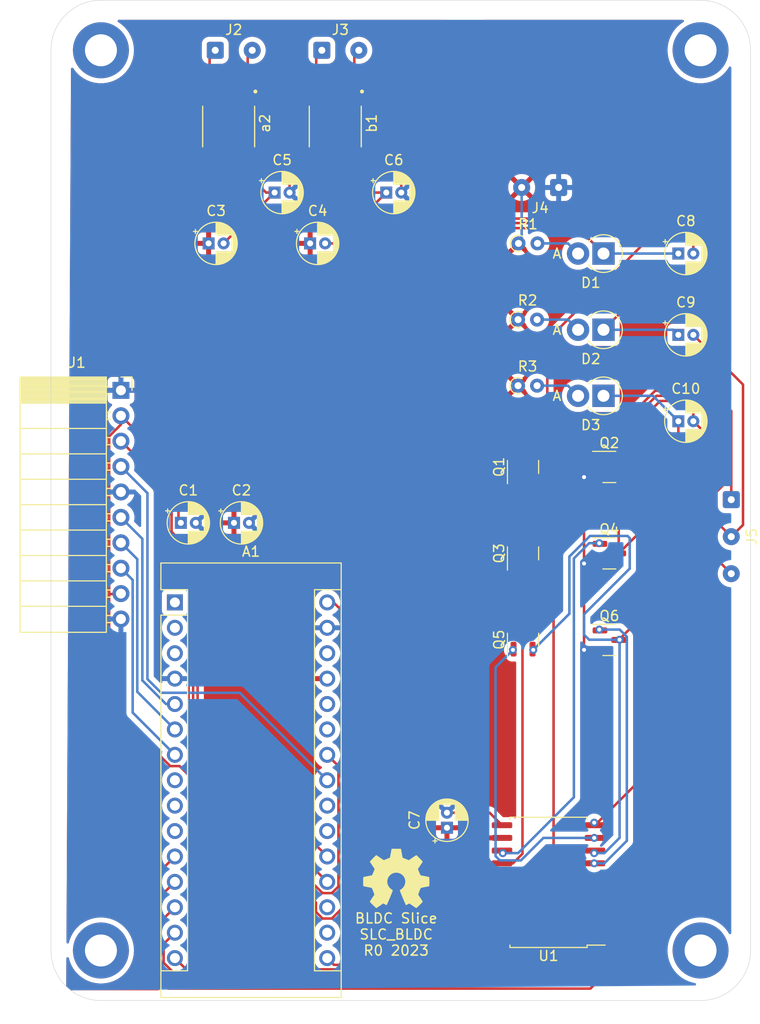
<source format=kicad_pcb>
(kicad_pcb (version 20221018) (generator pcbnew)
  (layers (0 "F.Cu" signal) (31 "B.Cu" signal) (34 "B.Paste" user) (35 "F.Paste" user) (36 "B.SilkS" user "B.Silkscreen") (37 "F.SilkS" user "F.Silkscreen") (38 "B.Mask" user) (39 "F.Mask" user) (44 "Edge.Cuts" user))
  (net 0 "")
  (net 4 "GND")
  (net 8 "+5V")
  (net 9 "D8")
  (net 10 "D9")
  (net 11 "D10")
  (net 12 "D11")
  (net 13 "D12")
  (net 14 "/I2C_CLK")
  (net 15 "D13")
  (net 16 "/I2C_DAT")
  (net 18 "/SYNC")
  (net 20 "/E_STOP")
  (net 21 "A0")
  (net 22 "A1")
  (net 28 "+12V")
  (net 29 "/INT")
  (net 30 "Net-(J2-Pin_2)")
  (net 31 "Net-(J2-Pin_1)")
  (net 32 "Net-(a2-FILTER)")
  (net 33 "Net-(J3-Pin_2)")
  (net 34 "Net-(J3-Pin_1)")
  (net 35 "Net-(b1-FILTER)")
  (net 36 "+15V")
  (net 37 "Net-(D1-K)")
  (net 38 "Net-(J5-Pin_1)")
  (net 39 "Net-(D2-K)")
  (net 40 "Net-(J5-Pin_2)")
  (net 41 "Net-(D3-K)")
  (net 42 "Net-(J5-Pin_3)")
  (net 43 "Net-(D1-A)")
  (net 44 "Net-(D2-A)")
  (net 45 "Net-(D3-A)")
  (net 46 "Net-(Q1-G)")
  (net 47 "Net-(Q2-G)")
  (net 48 "Net-(Q3-G)")
  (net 49 "Net-(Q4-G)")
  (net 50 "Net-(Q5-G)")
  (net 51 "Net-(Q6-G)")
  (footprint "MountingHole:MountingHole_3.2mm_M3_DIN965_Pad" (layer "F.Cu") (at 127.6 44.8)
    (fp_text reference "H1" hide)
    (fp_text value "MountingHole")
  )
  (footprint "MountingHole:MountingHole_3.2mm_M3_DIN965_Pad" (layer "F.Cu") (at 187.6 44.8)
    (fp_text reference "H2" hide)
    (fp_text value "MountingHole")
  )
  (footprint "MountingHole:MountingHole_3.2mm_M3_DIN965_Pad" (layer "F.Cu") (at 127.6 134.8)
    (fp_text reference "H3" hide)
    (fp_text value "MountingHole")
  )
  (footprint "MountingHole:MountingHole_3.2mm_M3_DIN965_Pad" (layer "F.Cu") (at 187.6 134.8)
    (fp_text reference "H4" hide)
    (fp_text value "MountingHole")
  )
  (footprint "Module:Arduino_Nano" (layer "F.Cu") (at 135 100)
    (fp_text reference "A1")
    (fp_text value "Arduino_Nano_v3.x")
  )
  (footprint "Capacitor_THT:CP_Radial_D4.0mm_P1.50mm" (layer "F.Cu") (at 140.912 92.048)
    (fp_text reference "C2")
    (fp_text value "10uF_t")
  )
  (footprint "Connector_PinSocket_2.54mm:PinSocket_1x10_P2.54mm_Horizontal" (layer "F.Cu") (at 129.6 78.8)
    (fp_text reference "J1")
    (fp_text value "Conn_01x10_Female")
  )
  (footprint "Capacitor_THT:CP_Radial_D4.0mm_P1.50mm" (layer "F.Cu") (at 135.593401 92.048)
    (fp_text reference "C1")
    (fp_text value "10uF_t")
  )
  (footprint "Symbol:OSHW-Symbol_6.7x6mm_SilkScreen" (layer "F.Cu") (at 157.144 127.608)
    (fp_text reference "Logo1" hide)
    (fp_text value "Logo_Open_Hardware_Small" hide)
  )
  (footprint "Package_TO_SOT_SMD:SOT-23" (layer "F.Cu") (at 178.4725 103.752)
    (fp_text reference "Q6")
    (fp_text value "DMN2041L")
  )
  (footprint "Capacitor_THT:CP_Radial_D4.0mm_P1.50mm" (layer "F.Cu") (at 144.976 59.028)
    (fp_text reference "C5")
    (fp_text value "C")
  )
  (footprint "ACHS-7125:OPTO_HCPL-070A-000E" (layer "F.Cu") (at 140.38 52.424 -90)
    (fp_text reference "a2")
    (fp_text value "ACHS-7124")
  )
  (footprint "Connector_Wire:SolderWire-0.127sqmm_1x03_P3.7mm_D0.48mm_OD1mm" (layer "F.Cu") (at 190.672 89.728 -90)
    (fp_text reference "J5")
    (fp_text value "Screw_Terminal_01x03" hide)
  )
  (footprint "Diode_THT:D_DO-15_P2.54mm_Vertical_AnodeUp" (layer "F.Cu") (at 177.886 79.348 180)
    (fp_text reference "D3")
    (fp_text value "D" hide)
  )
  (footprint "Package_TO_SOT_SMD:SOT-23" (layer "F.Cu") (at 178.4725 95.096)
    (fp_text reference "Q4")
    (fp_text value "DMN2041L")
  )
  (footprint "Diode_THT:D_DO-15_P2.54mm_Vertical_AnodeUp" (layer "F.Cu") (at 177.886 72.744 180)
    (fp_text reference "D2")
    (fp_text value "D" hide)
  )
  (footprint "Package_SO:SOIC-20W_7.5x12.8mm_P1.27mm" (layer "F.Cu") (at 172.384 127.989 180)
    (fp_text reference "U1")
    (fp_text value "FAN7888")
  )
  (footprint "Package_TO_SOT_SMD:SOT-23" (layer "F.Cu") (at 169.8365 103.732 90)
    (fp_text reference "Q5")
    (fp_text value "DMN2041L")
  )
  (footprint "Package_TO_SOT_SMD:SOT-23" (layer "F.Cu") (at 169.8365 86.46 90)
    (fp_text reference "Q1")
    (fp_text value "DMN2041L")
  )
  (footprint "Capacitor_THT:CP_Radial_D4.0mm_P1.50mm" (layer "F.Cu") (at 148.532 64.108)
    (fp_text reference "C4")
    (fp_text value "C")
  )
  (footprint "Package_TO_SOT_SMD:SOT-23" (layer "F.Cu") (at 169.8365 95.096 90)
    (fp_text reference "Q3")
    (fp_text value "DMN2041L")
  )
  (footprint "Capacitor_THT:CP_Radial_D4.0mm_P1.50mm" (layer "F.Cu") (at 156.152 59.028)
    (fp_text reference "C6")
    (fp_text value "C")
  )
  (footprint "Diode_THT:D_DO-15_P2.54mm_Vertical_AnodeUp" (layer "F.Cu") (at 177.886 65.124 180)
    (fp_text reference "D1")
    (fp_text value "D" hide)
  )
  (footprint "Capacitor_THT:CP_Radial_D4.0mm_P1.50mm" (layer "F.Cu") (at 185.377401 81.888)
    (fp_text reference "C10")
    (fp_text value "C")
  )
  (footprint "Capacitor_THT:CP_Radial_D4.0mm_P1.50mm" (layer "F.Cu") (at 162.224 122.528 90)
    (fp_text reference "C7")
    (fp_text value "C")
  )
  (footprint "Resistor_THT:R_Axial_DIN0204_L3.6mm_D1.6mm_P1.90mm_Vertical" (layer "F.Cu") (at 169.382 64.108)
    (fp_text reference "R1")
    (fp_text value "R")
  )
  (footprint "Connector_Wire:SolderWire-0.127sqmm_1x02_P3.7mm_D0.48mm_OD1mm" (layer "F.Cu") (at 149.706 44.804)
    (fp_text reference "J3")
    (fp_text value "Screw_Terminal_01x02" hide)
  )
  (footprint "ACHS-7125:OPTO_HCPL-070A-000E" (layer "F.Cu") (at 151.048 52.424 -90)
    (fp_text reference "b1")
    (fp_text value "ACHS-7124")
  )
  (footprint "Connector_Wire:SolderWire-0.127sqmm_1x02_P3.7mm_D0.48mm_OD1mm" (layer "F.Cu") (at 173.4 58.52 180)
    (fp_text reference "J4")
    (fp_text value "Screw_Terminal_01x02")
  )
  (footprint "Resistor_THT:R_Axial_DIN0204_L3.6mm_D1.6mm_P1.90mm_Vertical" (layer "F.Cu") (at 169.34 78.332)
    (fp_text reference "R3")
    (fp_text value "R")
  )
  (footprint "Connector_Wire:SolderWire-0.127sqmm_1x02_P3.7mm_D0.48mm_OD1mm" (layer "F.Cu") (at 139.038 44.804)
    (fp_text reference "J2")
    (fp_text value "Screw_Terminal_01x02" hide)
  )
  (footprint "Package_TO_SOT_SMD:SOT-23" (layer "F.Cu") (at 178.4725 86.46)
    (fp_text reference "Q2")
    (fp_text value "DMN2041L")
  )
  (footprint "Capacitor_THT:CP_Radial_D4.0mm_P1.50mm" (layer "F.Cu") (at 185.377401 73.252)
    (fp_text reference "C9")
    (fp_text value "C")
  )
  (footprint "Resistor_THT:R_Axial_DIN0204_L3.6mm_D1.6mm_P1.90mm_Vertical" (layer "F.Cu") (at 169.34 71.728)
    (fp_text reference "R2")
    (fp_text value "R")
  )
  (footprint "Capacitor_THT:CP_Radial_D4.0mm_P1.50mm" (layer "F.Cu") (at 185.377401 65.124)
    (fp_text reference "C8")
    (fp_text value "C")
  )
  (footprint "Capacitor_THT:CP_Radial_D4.0mm_P1.50mm" (layer "F.Cu") (at 138.372 64.108)
    (fp_text reference "C3")
    (fp_text value "C")
  )
  (gr_line (start 192.6 44.8) (end 192.6 134.8) (stroke (width 0.05)) (layer "Edge.Cuts"))
  (gr_arc (start 187.6 39.8) (mid 191.135534 41.264466) (end 192.6 44.8) (stroke (width 0.05)) (layer "Edge.Cuts"))
  (gr_arc (start 127.6 139.8) (mid 124.064466 138.335534) (end 122.6 134.8) (stroke (width 0.05)) (layer "Edge.Cuts"))
  (gr_line (start 127.6 39.8) (end 187.6 39.8) (stroke (width 0.05)) (layer "Edge.Cuts"))
  (gr_arc (start 122.6 44.8) (mid 124.064466 41.264466) (end 127.6 39.8) (stroke (width 0.05)) (layer "Edge.Cuts"))
  (gr_arc (start 192.6 134.8) (mid 191.135534 138.335534) (end 187.6 139.8) (stroke (width 0.05)) (layer "Edge.Cuts"))
  (gr_line (start 122.6 134.8) (end 122.6 44.8) (stroke (width 0.05)) (layer "Edge.Cuts"))
  (gr_line (start 127.6 139.8) (end 187.6 139.8) (stroke (width 0.05)) (layer "Edge.Cuts"))
  (gr_text "BLDC Slice\nSLC_BLDC\nR0 2023" (at 157.144 133.196) (layer "F.SilkS") (effects (font (size 1 1))))
  (segment (start 154.691528 55.219) (end 152.953 55.219) (width 0.25) (layer "F.Cu") (net 4))
  (segment (start 166.488 121.028) (end 162.224 121.028) (width 0.25) (layer "F.Cu") (net 4))
  (segment (start 157.652 59.028) (end 157.652 58.179472) (width 0.25) (layer "F.Cu") (net 4))
  (segment (start 157.652 58.179472) (end 154.691528 55.219) (width 0.25) (layer "F.Cu") (net 4))
  (segment (start 175.94 87.476) (end 175.94 104.748) (width 0.25) (layer "F.Cu") (net 4))
  (segment (start 176.006 87.41) (end 175.94 87.476) (width 0.25) (layer "F.Cu") (net 4))
  (segment (start 177.535 87.41) (end 176.006 87.41) (width 0.25) (layer "F.Cu") (net 4))
  (segment (start 175.986 104.702) (end 175.94 104.748) (width 0.25) (layer "F.Cu") (net 4))
  (segment (start 177.535 104.702) (end 175.986 104.702) (width 0.25) (layer "F.Cu") (net 4))
  (segment (start 176.006 96.046) (end 175.94 96.112) (width 0.25) (layer "F.Cu") (net 4))
  (segment (start 177.535 96.046) (end 176.006 96.046) (width 0.25) (layer "F.Cu") (net 4))
  (segment (start 146.476 59.028) (end 146.476 58.179472) (width 0.25) (layer "F.Cu") (net 4))
  (segment (start 167.734 122.274) (end 166.488 121.028) (width 0.25) (layer "F.Cu") (net 4))
  (segment (start 143.515528 55.219) (end 142.285 55.219) (width 0.25) (layer "F.Cu") (net 4))
  (segment (start 146.476 58.179472) (end 143.515528 55.219) (width 0.25) (layer "F.Cu") (net 4))
  (via (at 175.94 87.476) (size 0.8) (drill 0.4) (layers "F.Cu" "B.Cu") (net 4))
  (via (at 175.94 104.748) (size 0.8) (drill 0.4) (layers "F.Cu" "B.Cu") (net 4))
  (via (at 175.94 96.112) (size 0.8) (drill 0.4) (layers "F.Cu" "B.Cu") (net 4))
  (segment (start 134.361208 138.61) (end 176.575335 138.61) (width 0.25) (layer "F.Cu") (net 9))
  (segment (start 177.923 127.481) (end 177.112 127.481) (width 0.25) (layer "F.Cu") (net 9))
  (segment (start 132.368 136.616792) (end 134.361208 138.61) (width 0.25) (layer "F.Cu") (net 9))
  (segment (start 180.262 129.82) (end 177.923 127.481) (width 0.25) (layer "F.Cu") (net 9))
  (segment (start 176.575335 138.61) (end 180.262 134.923335) (width 0.25) (layer "F.Cu") (net 9))
  (segment (start 135 125.4) (end 132.368 128.032) (width 0.25) (layer "F.Cu") (net 9))
  (segment (start 180.262 134.923335) (end 180.262 129.82) (width 0.25) (layer "F.Cu") (net 9))
  (segment (start 132.368 128.032) (end 132.368 136.616792) (width 0.25) (layer "F.Cu") (net 9))
  (segment (start 132.818 136.430396) (end 132.818 130.122) (width 0.25) (layer "F.Cu") (net 10))
  (segment (start 176.388939 138.16) (end 134.547604 138.16) (width 0.25) (layer "F.Cu") (net 10))
  (segment (start 179.812 134.736939) (end 176.388939 138.16) (width 0.25) (layer "F.Cu") (net 10))
  (segment (start 179.812 130.894) (end 179.812 134.736939) (width 0.25) (layer "F.Cu") (net 10))
  (segment (start 134.547604 138.16) (end 132.818 136.430396) (width 0.25) (layer "F.Cu") (net 10))
  (segment (start 177.669 128.751) (end 179.812 130.894) (width 0.25) (layer "F.Cu") (net 10))
  (segment (start 132.818 130.122) (end 135 127.94) (width 0.25) (layer "F.Cu") (net 10))
  (segment (start 177.112 128.751) (end 177.669 128.751) (width 0.25) (layer "F.Cu") (net 10))
  (segment (start 133.268 132.212) (end 133.268 136.244) (width 0.25) (layer "F.Cu") (net 11))
  (segment (start 179.362 134.550543) (end 179.362 131.538) (width 0.25) (layer "F.Cu") (net 11))
  (segment (start 177.845 130.021) (end 177.112 130.021) (width 0.25) (layer "F.Cu") (net 11))
  (segment (start 133.268 136.244) (end 134.734 137.71) (width 0.25) (layer "F.Cu") (net 11))
  (segment (start 179.362 131.538) (end 177.845 130.021) (width 0.25) (layer "F.Cu") (net 11))
  (segment (start 176.202543 137.71) (end 179.362 134.550543) (width 0.25) (layer "F.Cu") (net 11))
  (segment (start 135 130.48) (end 133.268 132.212) (width 0.25) (layer "F.Cu") (net 11))
  (segment (start 134.734 137.71) (end 176.202543 137.71) (width 0.25) (layer "F.Cu") (net 11))
  (segment (start 133.875 136.025991) (end 133.875 134.145) (width 0.25) (layer "F.Cu") (net 12))
  (segment (start 133.875 134.145) (end 135 133.02) (width 0.25) (layer "F.Cu") (net 12))
  (segment (start 178.912 132.026) (end 178.912 134.364147) (width 0.25) (layer "F.Cu") (net 12))
  (segment (start 177.112 131.291) (end 178.177 131.291) (width 0.25) (layer "F.Cu") (net 12))
  (segment (start 178.177 131.291) (end 178.912 132.026) (width 0.25) (layer "F.Cu") (net 12))
  (segment (start 178.912 134.364147) (end 176.016147 137.26) (width 0.25) (layer "F.Cu") (net 12))
  (segment (start 176.016147 137.26) (end 135.109009 137.26) (width 0.25) (layer "F.Cu") (net 12))
  (segment (start 135.109009 137.26) (end 133.875 136.025991) (width 0.25) (layer "F.Cu") (net 12))
  (segment (start 177.239 132.688) (end 177.112 132.561) (width 0.25) (layer "F.Cu") (net 13))
  (segment (start 178.462 134.177751) (end 178.462 133.1) (width 0.25) (layer "F.Cu") (net 13))
  (segment (start 178.462 133.1) (end 178.05 132.688) (width 0.25) (layer "F.Cu") (net 13))
  (segment (start 178.05 132.688) (end 177.239 132.688) (width 0.25) (layer "F.Cu") (net 13))
  (segment (start 175.954751 136.685) (end 178.462 134.177751) (width 0.25) (layer "F.Cu") (net 13))
  (segment (start 136.125 136.685) (end 175.954751 136.685) (width 0.25) (layer "F.Cu") (net 13))
  (segment (start 135 135.56) (end 136.125 136.685) (width 0.25) (layer "F.Cu") (net 13))
  (segment (start 151.365 128.405991) (end 151.365 116.365) (width 0.25) (layer "F.Cu") (net 14))
  (segment (start 136.374 115.664991) (end 149.774009 129.065) (width 0.25) (layer "F.Cu") (net 14))
  (segment (start 136.374 94.646) (end 136.374 115.664991) (width 0.25) (layer "F.Cu") (net 14))
  (segment (start 134.668401 88.948401) (end 134.668401 92.940401) (width 0.25) (layer "F.Cu") (net 14))
  (segment (start 151.365 116.365) (end 150.24 115.24) (width 0.25) (layer "F.Cu") (net 14))
  (segment (start 150.705991 129.065) (end 151.365 128.405991) (width 0.25) (layer "F.Cu") (net 14))
  (segment (start 149.774009 129.065) (end 150.705991 129.065) (width 0.25) (layer "F.Cu") (net 14))
  (segment (start 129.6 83.88) (end 134.668401 88.948401) (width 0.25) (layer "F.Cu") (net 14))
  (segment (start 134.668401 92.940401) (end 136.374 94.646) (width 0.25) (layer "F.Cu") (net 14))
  (segment (start 150.915 136.235) (end 150.24 135.56) (width 0.25) (layer "F.Cu") (net 15))
  (segment (start 174.708 136.235) (end 150.915 136.235) (width 0.25) (layer "F.Cu") (net 15))
  (segment (start 177.112 133.831) (end 174.708 136.235) (width 0.25) (layer "F.Cu") (net 15))
  (segment (start 141.495 109.035) (end 133.619396 109.035) (width 0.25) (layer "B.Cu") (net 16))
  (segment (start 133.619396 109.035) (end 132.252 107.667604) (width 0.25) (layer "B.Cu") (net 16))
  (segment (start 132.252 89.072) (end 129.6 86.42) (width 0.25) (layer "B.Cu") (net 16))
  (segment (start 132.252 107.667604) (end 132.252 89.072) (width 0.25) (layer "B.Cu") (net 16))
  (segment (start 150.24 117.78) (end 141.495 109.035) (width 0.25) (layer "B.Cu") (net 16))
  (segment (start 135 112.7) (end 131.236 108.936) (width 0.25) (layer "B.Cu") (net 18))
  (segment (start 131.236 108.936) (end 131.236 95.676) (width 0.25) (layer "B.Cu") (net 18))
  (segment (start 131.236 95.676) (end 129.6 94.04) (width 0.25) (layer "B.Cu") (net 18))
  (segment (start 131.744 93.644) (end 129.6 91.5) (width 0.25) (layer "B.Cu") (net 20))
  (segment (start 134.108 110.16) (end 131.744 107.796) (width 0.25) (layer "B.Cu") (net 20))
  (segment (start 131.744 107.796) (end 131.744 93.644) (width 0.25) (layer "B.Cu") (net 20))
  (segment (start 135 110.16) (end 134.108 110.16) (width 0.25) (layer "B.Cu") (net 20))
  (segment (start 135.808 89.128396) (end 138.348 91.668396) (width 0.25) (layer "F.Cu") (net 21))
  (segment (start 138.348 94.08) (end 136.824 95.604) (width 0.25) (layer "F.Cu") (net 21))
  (segment (start 136.77 53.494) (end 135.808 54.456) (width 0.25) (layer "F.Cu") (net 21))
  (segment (start 149.788 56.494) (end 148.006 56.494) (width 0.25) (layer "F.Cu") (net 21))
  (segment (start 150.413 55.869) (end 149.788 56.494) (width 0.25) (layer "F.Cu") (net 21))
  (segment (start 136.824 114.524) (end 150.24 127.94) (width 0.25) (layer "F.Cu") (net 21))
  (segment (start 145.006 53.494) (end 136.77 53.494) (width 0.25) (layer "F.Cu") (net 21))
  (segment (start 136.824 95.604) (end 136.824 114.524) (width 0.25) (layer "F.Cu") (net 21))
  (segment (start 150.413 55.219) (end 150.413 55.869) (width 0.25) (layer "F.Cu") (net 21))
  (segment (start 138.348 91.668396) (end 138.348 94.08) (width 0.25) (layer "F.Cu") (net 21))
  (segment (start 135.808 54.456) (end 135.808 89.128396) (width 0.25) (layer "F.Cu") (net 21))
  (segment (start 148.006 56.494) (end 145.006 53.494) (width 0.25) (layer "F.Cu") (net 21))
  (segment (start 137.274 95.790396) (end 137.274 114.337604) (width 0.25) (layer "F.Cu") (net 22))
  (segment (start 147.211396 124.275) (end 149.115 124.275) (width 0.25) (layer "F.Cu") (net 22))
  (segment (start 136.316 59.298) (end 136.316 89) (width 0.25) (layer "F.Cu") (net 22))
  (segment (start 138.798 91.482) (end 138.798 94.266396) (width 0.25) (layer "F.Cu") (net 22))
  (segment (start 149.115 124.275) (end 150.24 125.4) (width 0.25) (layer "F.Cu") (net 22))
  (segment (start 136.316 89) (end 138.798 91.482) (width 0.25) (layer "F.Cu") (net 22))
  (segment (start 138.798 94.266396) (end 137.274 95.790396) (width 0.25) (layer "F.Cu") (net 22))
  (segment (start 139.745 55.219) (end 139.745 55.869) (width 0.25) (layer "F.Cu") (net 22))
  (segment (start 137.274 114.337604) (end 147.211396 124.275) (width 0.25) (layer "F.Cu") (net 22))
  (segment (start 139.745 55.869) (end 136.316 59.298) (width 0.25) (layer "F.Cu") (net 22))
  (segment (start 134.534009 116.365) (end 135.465991 116.365) (width 0.25) (layer "F.Cu") (net 28))
  (segment (start 128.425 110.255991) (end 134.534009 116.365) (width 0.25) (layer "F.Cu") (net 28))
  (segment (start 128.425 99.16) (end 128.425 110.255991) (width 0.25) (layer "F.Cu") (net 28))
  (segment (start 152.064 130.246991) (end 152.064 101.192) (width 0.25) (layer "F.Cu") (net 28))
  (segment (start 149.115 130.014009) (end 149.115 130.945991) (width 0.25) (layer "F.Cu") (net 28))
  (segment (start 135.465991 116.365) (end 149.115 130.014009) (width 0.25) (layer "F.Cu") (net 28))
  (segment (start 135.358 87.098) (end 129.6 81.34) (width 0.25) (layer "F.Cu") (net 28))
  (segment (start 135.358 91.812599) (end 135.358 87.098) (width 0.25) (layer "F.Cu") (net 28))
  (segment (start 149.774009 131.605) (end 150.705991 131.605) (width 0.25) (layer "F.Cu") (net 28))
  (segment (start 129.56 99.16) (end 129.6 99.12) (width 0.25) (layer "F.Cu") (net 28))
  (segment (start 152.064 101.192) (end 150.872 100) (width 0.25) (layer "F.Cu") (net 28))
  (segment (start 135.593401 92.048) (end 135.358 91.812599) (width 0.25) (layer "F.Cu") (net 28))
  (segment (start 150.705991 131.605) (end 152.064 130.246991) (width 0.25) (layer "F.Cu") (net 28))
  (segment (start 129.6 81.34) (end 129.6 82.218299) (width 0.25) (layer "F.Cu") (net 28))
  (segment (start 129.6 82.218299) (end 128.425 83.393299) (width 0.25) (layer "F.Cu") (net 28))
  (segment (start 128.425 83.393299) (end 128.425 99.16) (width 0.25) (layer "F.Cu") (net 28))
  (segment (start 128.425 99.16) (end 129.56 99.16) (width 0.25) (layer "F.Cu") (net 28))
  (segment (start 150.872 100) (end 150.24 100) (width 0.25) (layer "F.Cu") (net 28))
  (segment (start 149.115 130.945991) (end 149.774009 131.605) (width 0.25) (layer "F.Cu") (net 28))
  (segment (start 135 115.24) (end 130.775 111.015) (width 0.25) (layer "B.Cu") (net 29))
  (segment (start 130.775 111.015) (end 130.775 97.755) (width 0.25) (layer "B.Cu") (net 29))
  (segment (start 130.775 97.755) (end 129.6 96.58) (width 0.25) (layer "B.Cu") (net 29))
  (segment (start 142.285 49.629) (end 142.285 45.257) (width 0.25) (layer "F.Cu") (net 30))
  (segment (start 142.285 45.257) (end 142.738 44.804) (width 0.25) (layer "F.Cu") (net 30))
  (segment (start 141.015 49.629) (end 142.285 49.629) (width 0.25) (layer "F.Cu") (net 30))
  (segment (start 139.745 49.629) (end 138.475 49.629) (width 0.25) (layer "F.Cu") (net 31))
  (segment (start 138.475 45.367) (end 138.475 49.629) (width 0.25) (layer "F.Cu") (net 31))
  (segment (start 139.038 44.804) (end 138.475 45.367) (width 0.25) (layer "F.Cu") (net 31))
  (segment (start 139.872 64.108) (end 144.952 59.028) (width 0.25) (layer "F.Cu") (net 32))
  (segment (start 140.37 53.944) (end 139.12 53.944) (width 0.25) (layer "F.Cu") (net 32))
  (segment (start 144.952 59.028) (end 144.976 59.028) (width 0.25) (layer "F.Cu") (net 32))
  (segment (start 141.015 55.917) (end 141.015 55.219) (width 0.25) (layer "F.Cu") (net 32))
  (segment (start 144.976 59.028) (end 144.126 59.028) (width 0.25) (layer "F.Cu") (net 32))
  (segment (start 139.12 53.944) (end 138.475 54.589) (width 0.25) (layer "F.Cu") (net 32))
  (segment (start 141.015 54.589) (end 140.37 53.944) (width 0.25) (layer "F.Cu") (net 32))
  (segment (start 141.015 55.219) (end 141.015 54.589) (width 0.25) (layer "F.Cu") (net 32))
  (segment (start 138.475 54.589) (end 138.475 55.219) (width 0.25) (layer "F.Cu") (net 32))
  (segment (start 144.126 59.028) (end 141.015 55.917) (width 0.25) (layer "F.Cu") (net 32))
  (segment (start 152.953 49.629) (end 152.953 45.257) (width 0.25) (layer "F.Cu") (net 33))
  (segment (start 151.683 49.629) (end 152.953 49.629) (width 0.25) (layer "F.Cu") (net 33))
  (segment (start 152.953 45.257) (end 153.406 44.804) (width 0.25) (layer "F.Cu") (net 33))
  (segment (start 149.143 45.367) (end 149.143 49.629) (width 0.25) (layer "F.Cu") (net 34))
  (segment (start 149.706 44.804) (end 149.143 45.367) (width 0.25) (layer "F.Cu") (net 34))
  (segment (start 149.143 49.629) (end 150.413 49.629) (width 0.25) (layer "F.Cu") (net 34))
  (segment (start 156.152 59.028) (end 154.292 59.028) (width 0.25) (layer "F.Cu") (net 35))
  (segment (start 151.072 64.108) (end 156.152 59.028) (width 0.25) (layer "F.Cu") (net 35))
  (segment (start 149.788 53.944) (end 149.143 54.589) (width 0.25) (layer "F.Cu") (net 35))
  (segment (start 151.683 56.419) (end 151.683 55.219) (width 0.25) (layer "F.Cu") (net 35))
  (segment (start 154.292 59.028) (end 151.683 56.419) (width 0.25) (layer "F.Cu") (net 35))
  (segment (start 151.038 53.944) (end 149.788 53.944) (width 0.25) (layer "F.Cu") (net 35))
  (segment (start 150.032 64.108) (end 151.072 64.108) (width 0.25) (layer "F.Cu") (net 35))
  (segment (start 151.683 55.219) (end 151.683 54.589) (width 0.25) (layer "F.Cu") (net 35))
  (segment (start 149.143 54.589) (end 149.143 55.219) (width 0.25) (layer "F.Cu") (net 35))
  (segment (start 151.683 54.589) (end 151.038 53.944) (width 0.25) (layer "F.Cu") (net 35))
  (segment (start 169.7 58.52) (end 169.7 63.79) (width 0.25) (layer "B.Cu") (net 36))
  (segment (start 169.7 63.79) (end 169.382 64.108) (width 0.25) (layer "B.Cu") (net 36))
  (segment (start 169.382 71.686) (end 169.34 71.728) (width 0.25) (layer "B.Cu") (net 36))
  (segment (start 175.346 62.584) (end 167.304 62.584) (width 0.25) (layer "F.Cu") (net 37))
  (segment (start 159.176 70.712) (end 159.176 127.228396) (width 0.25) (layer "F.Cu") (net 37))
  (segment (start 159.176 127.228396) (end 165.651604 133.704) (width 0.25) (layer "F.Cu") (net 37))
  (segment (start 165.651604 133.704) (end 167.734 133.704) (width 0.25) (layer "F.Cu") (net 37))
  (segment (start 167.304 62.584) (end 159.176 70.712) (width 0.25) (layer "F.Cu") (net 37))
  (segment (start 177.886 65.124) (end 175.346 62.584) (width 0.25) (layer "F.Cu") (net 37))
  (segment (start 177.886 65.124) (end 185.377401 65.124) (width 0.25) (layer "B.Cu") (net 37))
  (segment (start 186.877401 64.275472) (end 184.677929 62.076) (width 0.25) (layer "F.Cu") (net 38))
  (segment (start 169.084 131.928) (end 168.32 131.164) (width 0.25) (layer "F.Cu") (net 38))
  (segment (start 184.677929 62.076) (end 184.068 62.076) (width 0.25) (layer "F.Cu") (net 38))
  (segment (start 179.496 86.374) (end 179.41 86.46) (width 0.25) (layer "F.Cu") (net 38))
  (segment (start 167.175604 62.076) (end 158.668 70.583604) (width 0.25) (layer "F.Cu") (net 38))
  (segment (start 172.384 73.76) (end 172.384 73.662461) (width 0.25) (layer "F.Cu") (net 38))
  (segment (start 168.414751 134.72) (end 169.084 134.050751) (width 0.25) (layer "F.Cu") (net 38))
  (segment (start 169.084 134.050751) (end 169.084 131.928) (width 0.25) (layer "F.Cu") (net 38))
  (segment (start 183.970461 62.076) (end 184.068 62.076) (width 0.25) (layer "F.Cu") (net 38))
  (segment (start 172.265 73.879) (end 172.384 73.76) (width 0.25) (layer "F.Cu") (net 38))
  (segment (start 172.265 85.919) (end 172.265 82.904) (width 0.25) (layer "F.Cu") (net 38))
  (segment (start 181.528 84.342) (end 181.528 80.364) (width 0.25) (layer "F.Cu") (net 38))
  (segment (start 166.031208 134.72) (end 168.414751 134.72) (width 0.25) (layer "F.Cu") (net 38))
  (segment (start 168.32 131.164) (end 167.734 131.164) (width 0.25) (layer "F.Cu") (net 38))
  (segment (start 170.7865 87.3975) (end 172.265 85.919) (width 0.25) (layer "F.Cu") (net 38))
  (segment (start 179.41 86.46) (end 181.528 84.342) (width 0.25) (layer "F.Cu") (net 38))
  (segment (start 172.265 82.904) (end 177.464 82.904) (width 0.25) (layer "F.Cu") (net 38))
  (segment (start 184.068 62.076) (end 167.175604 62.076) (width 0.25) (layer "F.Cu") (net 38))
  (segment (start 172.265 82.904) (end 172.265 73.879) (width 0.25) (layer "F.Cu") (net 38))
  (segment (start 158.668 70.583604) (end 158.668 127.356792) (width 0.25) (layer "F.Cu") (net 38))
  (segment (start 181.528 80.364) (end 183.052 78.84) (width 0.25) (layer "F.Cu") (net 38))
  (segment (start 190.672 80.872) (end 190.672 89.728) (width 0.25) (layer "F.Cu") (net 38))
  (segment (start 177.464 82.904) (end 179.496 84.936) (width 0.25) (layer "F.Cu") (net 38))
  (segment (start 188.64 78.84) (end 190.672 80.872) (width 0.25) (layer "F.Cu") (net 38))
  (segment (start 186.877401 65.124) (end 186.877401 64.275472) (width 0.25) (layer "F.Cu") (net 38))
  (segment (start 179.496 84.936) (end 179.496 86.374) (width 0.25) (layer "F.Cu") (net 38))
  (segment (start 158.668 127.356792) (end 166.031208 134.72) (width 0.25) (layer "F.Cu") (net 38))
  (segment (start 183.052 78.84) (end 188.64 78.84) (width 0.25) (layer "F.Cu") (net 38))
  (segment (start 172.384 73.662461) (end 183.970461 62.076) (width 0.25) (layer "F.Cu") (net 38))
  (segment (start 186.158 61.626) (end 166.989208 61.626) (width 0.25) (layer "F.Cu") (net 39))
  (segment (start 168.160751 128.624) (end 167.734 128.624) (width 0.25) (layer "F.Cu") (net 39))
  (segment (start 188.64 64.108) (end 186.158 61.626) (width 0.25) (layer "F.Cu") (net 39))
  (segment (start 169.534 131.267249) (end 168.805751 130.539) (width 0.25) (layer "F.Cu") (net 39))
  (segment (start 185.592 69.696) (end 188.64 66.648) (width 0.25) (layer "F.Cu") (net 39))
  (segment (start 177.886 72.744) (end 180.934 69.696) (width 0.25) (layer "F.Cu") (net 39))
  (segment (start 167.307249 128.624) (end 167.734 128.624) (width 0.25) (layer "F.Cu") (net 39))
  (segment (start 180.934 69.696) (end 185.592 69.696) (width 0.25) (layer "F.Cu") (net 39))
  (segment (start 168.601147 135.17) (end 169.534 134.237147) (width 0.25) (layer "F.Cu") (net 39))
  (segment (start 166.288 130.144751) (end 166.288 129.643249) (width 0.25) (layer "F.Cu") (net 39))
  (segment (start 166.989208 61.626) (end 158.218 70.397208) (width 0.25) (layer "F.Cu") (net 39))
  (segment (start 158.218 127.666) (end 165.722 135.17) (width 0.25) (layer "F.Cu") (net 39))
  (segment (start 188.64 66.648) (end 188.64 64.108) (width 0.25) (layer "F.Cu") (net 39))
  (segment (start 168.805751 130.539) (end 166.682249 130.539) (width 0.25) (layer "F.Cu") (net 39))
  (segment (start 166.288 129.643249) (end 167.307249 128.624) (width 0.25) (layer "F.Cu") (net 39))
  (segment (start 166.682249 130.539) (end 166.288 130.144751) (width 0.25) (layer "F.Cu") (net 39))
  (segment (start 165.722 135.17) (end 168.601147 135.17) (width 0.25) (layer "F.Cu") (net 39))
  (segment (start 169.534 134.237147) (end 169.534 131.267249) (width 0.25) (layer "F.Cu") (net 39))
  (segment (start 158.218 70.397208) (end 158.218 127.666) (width 0.25) (layer "F.Cu") (net 39))
  (segment (start 177.886 72.744) (end 184.869401 72.744) (width 0.25) (layer "B.Cu") (net 39))
  (segment (start 184.869401 72.744) (end 185.377401 73.252) (width 0.25) (layer "B.Cu") (net 39))
  (segment (start 178.319251 86.785) (end 179.41 87.875749) (width 0.25) (layer "F.Cu") (net 40))
  (segment (start 178.5975 85.163249) (end 178.5975 85.856751) (width 0.25) (layer "F.Cu") (net 40))
  (segment (start 170.7865 89.453104) (end 175.354604 84.885) (width 0.25) (layer "F.Cu") (net 40))
  (segment (start 189.148 89) (end 189.148 91.904) (width 0.25) (layer "F.Cu") (net 40))
  (segment (start 190.099802 80.936198) (end 190.099802 88.048198) (width 0.25) (layer "F.Cu") (net 40))
  (segment (start 178.319251 86.135) (end 178.319251 86.785) (width 0.25) (layer "F.Cu") (net 40))
  (segment (start 169.779802 125.132198) (end 168.828 126.084) (width 0.25) (layer "F.Cu") (net 40))
  (segment (start 191.847 92.253) (end 190.672 93.428) (width 0.25) (layer "F.Cu") (net 40))
  (segment (start 191.847 78.221599) (end 191.847 92.253) (width 0.25) (layer "F.Cu") (net 40))
  (segment (start 186.877401 73.252) (end 191.847 78.221599) (width 0.25) (layer "F.Cu") (net 40))
  (segment (start 175.354604 84.885) (end 178.319251 84.885) (width 0.25) (layer "F.Cu") (net 40))
  (segment (start 168.828 126.084) (end 167.734 126.084) (width 0.25) (layer "F.Cu") (net 40))
  (segment (start 182.036 92.47) (end 182.036 80.492396) (width 0.25) (layer "F.Cu") (net 40))
  (segment (start 183.180396 79.348) (end 188.511604 79.348) (width 0.25) (layer "F.Cu") (net 40))
  (segment (start 170.7865 103.253751) (end 169.779802 104.260449) (width 0.25) (layer "F.Cu") (net 40))
  (segment (start 179.41 87.875749) (end 179.41 95.096) (width 0.25) (layer "F.Cu") (net 40))
  (segment (start 178.319251 84.885) (end 178.5975 85.163249) (width 0.25) (layer "F.Cu") (net 40))
  (segment (start 182.036 80.492396) (end 183.180396 79.348) (width 0.25) (layer "F.Cu") (net 40))
  (segment (start 170.7865 96.0335) (end 170.7865 89.453104) (width 0.25) (layer "F.Cu") (net 40))
  (segment (start 190.099802 88.048198) (end 189.148 89) (width 0.25) (layer "F.Cu") (net 40))
  (segment (start 169.779802 104.260449) (end 169.779802 125.132198) (width 0.25) (layer "F.Cu") (net 40))
  (segment (start 170.7865 96.0335) (end 170.7865 103.253751) (width 0.25) (layer "F.Cu") (net 40))
  (segment (start 179.41 95.096) (end 182.036 92.47) (width 0.25) (layer "F.Cu") (net 40))
  (segment (start 188.511604 79.348) (end 190.099802 80.936198) (width 0.25) (layer "F.Cu") (net 40))
  (segment (start 189.148 91.904) (end 190.672 93.428) (width 0.25) (layer "F.Cu") (net 40))
  (segment (start 178.5975 85.856751) (end 178.319251 86.135) (width 0.25) (layer "F.Cu") (net 40))
  (segment (start 185.377401 113.930599) (end 177.288 122.02) (width 0.25) (layer "F.Cu") (net 41))
  (segment (start 177.288 122.02) (end 176.956 122.02) (width 0.25) (layer "F.Cu") (net 41))
  (segment (start 176.956 122.352) (end 177.034 122.274) (width 0.25) (layer "F.Cu") (net 41))
  (segment (start 176.956 122.02) (end 176.956 122.352) (width 0.25) (layer "F.Cu") (net 41))
  (segment (start 185.377401 81.888) (end 185.377401 113.930599) (width 0.25) (layer "F.Cu") (net 41))
  (via (at 176.956 122.02) (size 0.8) (drill 0.4) (layers "F.Cu" "B.Cu") (net 41))
  (segment (start 182.837401 79.348) (end 185.377401 81.888) (width 0.25) (layer "B.Cu") (net 41))
  (segment (start 177.886 79.348) (end 182.837401 79.348) (width 0.25) (layer "B.Cu") (net 41))
  (segment (start 188.698 88.813604) (end 189.649802 87.861802) (width 0.25) (layer "F.Cu") (net 42))
  (segment (start 179.496 103.666) (end 182.544 100.618) (width 0.25) (layer "F.Cu") (net 42))
  (segment (start 188.698 95.154) (end 188.698 88.813604) (width 0.25) (layer "F.Cu") (net 42))
  (segment (start 179.496 103.732) (end 179.496 103.666) (width 0.25) (layer "F.Cu") (net 42))
  (segment (start 183.56 79.856) (end 185.693929 79.856) (width 0.25) (layer "F.Cu") (net 42))
  (segment (start 179.41 103.752) (end 179.43 103.732) (width 0.25) (layer "F.Cu") (net 42))
  (segment (start 186.877401 81.039472) (end 186.877401 81.888) (width 0.25) (layer "F.Cu") (net 42))
  (segment (start 185.693929 79.856) (end 186.877401 81.039472) (width 0.25) (layer "F.Cu") (net 42))
  (segment (start 179.43 103.732) (end 179.496 103.732) (width 0.25) (layer "F.Cu") (net 42))
  (segment (start 189.649802 84.660401) (end 186.877401 81.888) (width 0.25) (layer "F.Cu") (net 42))
  (segment (start 182.544 80.872) (end 183.56 79.856) (width 0.25) (layer "F.Cu") (net 42))
  (segment (start 190.672 97.128) (end 188.698 95.154) (width 0.25) (layer "F.Cu") (net 42))
  (segment (start 182.544 100.618) (end 182.544 80.872) (width 0.25) (layer "F.Cu") (net 42))
  (segment (start 189.649802 87.861802) (end 189.649802 84.660401) (width 0.25) (layer "F.Cu") (net 42))
  (via (at 170.86 104.748) (size 0.8) (drill 0.4) (layers "F.Cu" "B.Cu") (net 42))
  (via (at 176.956 125.068) (size 0.8) (drill 0.4) (layers "F.Cu" "B.Cu") (net 42))
  (via (at 179.496 103.732) (size 0.8) (drill 0.4) (layers "F.Cu" "B.Cu") (net 42))
  (segment (start 175.94 101.192) (end 175.94 103.224) (width 0.25) (layer "B.Cu") (net 42))
  (segment (start 175.94 103.224) (end 176.448 103.732) (width 0.25) (layer "B.Cu") (net 42))
  (segment (start 179.496 103.732) (end 179.496 123.544) (width 0.25) (layer "B.Cu") (net 42))
  (segment (start 179.496 123.544) (end 177.972 125.068) (width 0.25) (layer "B.Cu") (net 42))
  (segment (start 170.86 104.748) (end 174.474 101.134) (width 0.25) (layer "B.Cu") (net 42))
  (segment (start 180.512 93.572) (end 180.512 96.62) (width 0.25) (layer "B.Cu") (net 42))
  (segment (start 174.474 101.134) (end 174.474 95.417604) (width 0.25) (layer "B.Cu") (net 42))
  (segment (start 176.448 103.732) (end 179.496 103.732) (width 0.25) (layer "B.Cu") (net 42))
  (segment (start 180.512 96.62) (end 175.94 101.192) (width 0.25) (layer "B.Cu") (net 42))
  (segment (start 176.536604 93.355) (end 180.295 93.355) (width 0.25) (layer "B.Cu") (net 42))
  (segment (start 174.474 95.417604) (end 176.536604 93.355) (width 0.25) (layer "B.Cu") (net 42))
  (segment (start 180.295 93.355) (end 180.512 93.572) (width 0.25) (layer "B.Cu") (net 42))
  (segment (start 177.972 125.068) (end 176.956 125.068) (width 0.25) (layer "B.Cu") (net 42))
  (segment (start 171.282 64.108) (end 174.33 64.108) (width 0.25) (layer "B.Cu") (net 43))
  (segment (start 174.33 64.108) (end 175.346 65.124) (width 0.25) (layer "B.Cu") (net 43))
  (segment (start 174.33 71.728) (end 175.346 72.744) (width 0.25) (layer "B.Cu") (net 44))
  (segment (start 171.24 71.728) (end 174.33 71.728) (width 0.25) (layer "B.Cu") (net 44))
  (segment (start 171.24 78.332) (end 174.33 78.332) (width 0.25) (layer "B.Cu") (net 45))
  (segment (start 174.33 78.332) (end 175.346 79.348) (width 0.25) (layer "B.Cu") (net 45))
  (segment (start 165.018 132.434) (end 167.734 132.434) (width 0.25) (layer "F.Cu") (net 46))
  (segment (start 159.684 127.1) (end 165.018 132.434) (width 0.25) (layer "F.Cu") (net 46))
  (segment (start 159.684 96.6) (end 159.684 127.1) (width 0.25) (layer "F.Cu") (net 46))
  (segment (start 168.8865 87.3975) (end 159.684 96.6) (width 0.25) (layer "F.Cu") (net 46))
  (segment (start 172.892 87.984) (end 172.892 126.084) (width 0.25) (layer "F.Cu") (net 47))
  (segment (start 172.892 126.084) (end 169.082 129.894) (width 0.25) (layer "F.Cu") (net 47))
  (segment (start 177.469 85.444) (end 175.432 85.444) (width 0.25) (layer "F.Cu") (net 47))
  (segment (start 177.535 85.51) (end 177.469 85.444) (width 0.25) (layer "F.Cu") (net 47))
  (segment (start 169.082 129.894) (end 167.734 129.894) (width 0.25) (layer "F.Cu") (net 47))
  (segment (start 175.432 85.444) (end 172.892 87.984) (width 0.25) (layer "F.Cu") (net 47))
  (segment (start 160.192 124.56) (end 162.986 127.354) (width 0.25) (layer "F.Cu") (net 48))
  (segment (start 168.8865 96.0335) (end 168.8865 96.5615) (width 0.25) (layer "F.Cu") (net 48))
  (segment (start 168.8865 96.5615) (end 160.192 105.256) (width 0.25) (layer "F.Cu") (net 48))
  (segment (start 160.192 105.256) (end 160.192 124.56) (width 0.25) (layer "F.Cu") (net 48))
  (segment (start 162.986 127.354) (end 167.734 127.354) (width 0.25) (layer "F.Cu") (net 48))
  (via (at 177.464 94.08) (size 0.8) (drill 0.4) (layers "F.Cu" "B.Cu") (net 49))
  (via (at 167.812 125.068) (size 0.8) (drill 0.4) (layers "F.Cu" "B.Cu") (net 49))
  (segment (start 174.924 95.604) (end 174.924 119.48) (width 0.25) (layer "B.Cu") (net 49))
  (segment (start 169.336 125.068) (end 167.812 125.068) (width 0.25) (layer "B.Cu") (net 49))
  (segment (start 174.924 119.48) (end 169.336 125.068) (width 0.25) (layer "B.Cu") (net 49))
  (segment (start 176.448 94.08) (end 174.924 95.604) (width 0.25) (layer "B.Cu") (net 49))
  (segment (start 177.464 94.08) (end 176.448 94.08) (width 0.25) (layer "B.Cu") (net 49))
  (via (at 176.956 123.544) (size 0.8) (drill 0.4) (layers "F.Cu" "B.Cu") (net 50))
  (via (at 168.828 104.748) (size 0.8) (drill 0.4) (layers "F.Cu" "B.Cu") (net 50))
  (segment (start 167.511695 125.793) (end 169.627 125.793) (width 0.25) (layer "B.Cu") (net 50))
  (segment (start 171.876 123.544) (end 176.956 123.544) (width 0.25) (layer "B.Cu") (net 50))
  (segment (start 167.087 125.368305) (end 167.511695 125.793) (width 0.25) (layer "B.Cu") (net 50))
  (segment (start 169.627 125.793) (end 171.876 123.544) (width 0.25) (layer "B.Cu") (net 50))
  (segment (start 167.087 106.489) (end 167.087 125.368305) (width 0.25) (layer "B.Cu") (net 50))
  (segment (start 168.828 104.748) (end 167.087 106.489) (width 0.25) (layer "B.Cu") (net 50))
  (via (at 176.956 126.084) (size 0.8) (drill 0.4) (layers "F.Cu" "B.Cu") (net 51))
  (via (at 177.464 102.716) (size 0.8) (drill 0.4) (layers "F.Cu" "B.Cu") (net 51))
  (segment (start 179.505305 102.716) (end 180.221 103.431695) (width 0.25) (layer "B.Cu") (net 51))
  (segment (start 177.972 126.084) (end 176.956 126.084) (width 0.25) (layer "B.Cu") (net 51))
  (segment (start 177.464 102.716) (end 179.505305 102.716) (width 0.25) (layer "B.Cu") (net 51))
  (segment (start 180.221 103.431695) (end 180.221 123.835) (width 0.25) (layer "B.Cu") (net 51))
  (segment (start 180.221 123.835) (end 177.972 126.084) (width 0.25) (layer "B.Cu") (net 51))
  (zone (net 36) (net_name "+15V") (layer "F.Cu") (priority 2) (connect_pads (clearance 0.5)) (min_thickness 0.25) (fill yes (thermal_gap 0.5) (thermal_bridge_width 0.5))
    (polygon (pts (xy 190.672 138.784) (xy 160.192 138.784) (xy 160.192 72.744) (xy 165.78 66.648) (xy 165.78 41.756) (xy 190.672 41.756) (xy 190.672 138.276)))
  )
  (zone (net 8) (net_name "+5V") (layer "F.Cu") (priority 1) (connect_pads (clearance 0.5)) (min_thickness 0.25) (fill yes (thermal_gap 0.5) (thermal_bridge_width 0.5))
    (polygon (pts (xy 124.124 138.784) (xy 152.064 138.784) (xy 152.064 69.188) (xy 162.224 69.188) (xy 162.224 41.756) (xy 124.632 41.756)))
  )
  (zone (net 4) (net_name "GND") (layer "B.Cu") (connect_pads (clearance 0.5)) (min_thickness 0.25) (fill yes (thermal_gap 0.5) (thermal_bridge_width 0.5))
    (polygon (pts (xy 124.632 41.756) (xy 190.672 41.756) (xy 190.672 138.276) (xy 124.124 138.784)))
  )
)
</source>
